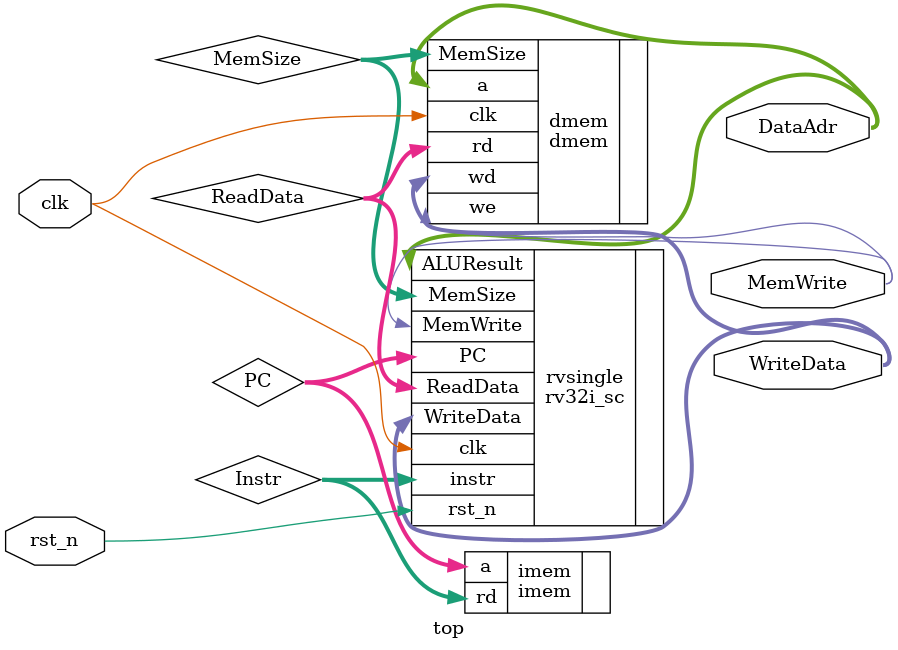
<source format=sv>
module top(
    input logic clk, rst_n,
    output logic [31:0] WriteData, DataAdr,
    output logic MemWrite
);
    logic [31:0] PC, Instr, ReadData;
    logic [2:0] MemSize;
    rv32i_sc rvsingle(.clk(clk), .rst_n(rst_n), .PC(PC), .instr(Instr), .MemWrite(MemWrite),
    .WriteData(WriteData), .ReadData(ReadData), .ALUResult(DataAdr), .MemSize(MemSize));

    imem imem(.a(PC), .rd(Instr));

    dmem dmem(.clk(clk), .we(MemWrite) , .a(DataAdr), .wd(WriteData), .rd(ReadData), .MemSize(MemSize));
 endmodule


</source>
